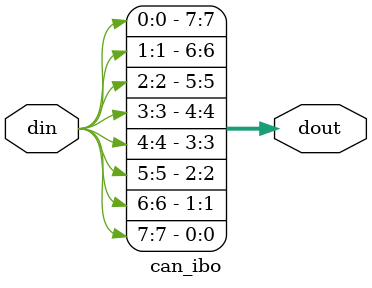
<source format=v>


module can_ibo
( 
  din,
  dout
);

input   [7:0] din;
output  [7:0] dout;

assign dout[0] = din[7];
assign dout[1] = din[6];
assign dout[2] = din[5];
assign dout[3] = din[4];
assign dout[4] = din[3];
assign dout[5] = din[2];
assign dout[6] = din[1];
assign dout[7] = din[0];

endmodule

</source>
